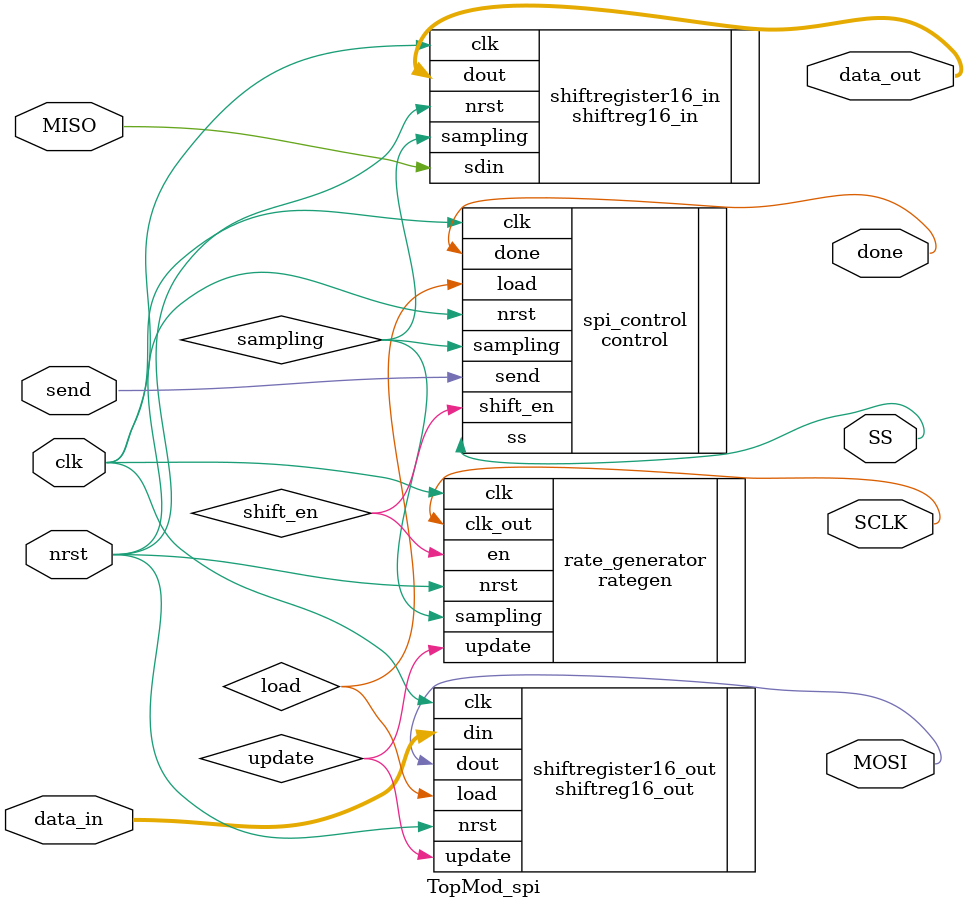
<source format=v>
`timescale 1ns / 1ps

module TopMod_spi(
	input clk, nrst, send,
	input  [15:0] data_in,
	output [15:0] data_out,
	output done,
	input  MISO,
	output MOSI, SCLK, SS
    );
	 
wire shift_en, load, sampling, update;
	 
	rategen rate_generator (
		.clk(clk), 
		.nrst(nrst), 
		.en(shift_en), 
		.clk_out(SCLK),
		.sampling(sampling),
		.update(update)
	);
	
	shiftreg16_in shiftregister16_in (
		.clk(clk), 
		.nrst(nrst), 
		.sampling(sampling), 
		.sdin(MISO),
		.dout(data_out)
	);
	
	shiftreg16_out shiftregister16_out (
		.clk(clk), 
		.nrst(nrst), 
		.update(update), 
		.load(load), 
		.din(data_in), 
		.dout(MOSI)
	);
	
	control spi_control (
		.clk(clk), 
		.nrst(nrst), 
		.send(send),
		.sampling(sampling),
		.shift_en(shift_en), 
		.done(done), 
		.load(load), 
		.ss(SS)
	);

endmodule

</source>
